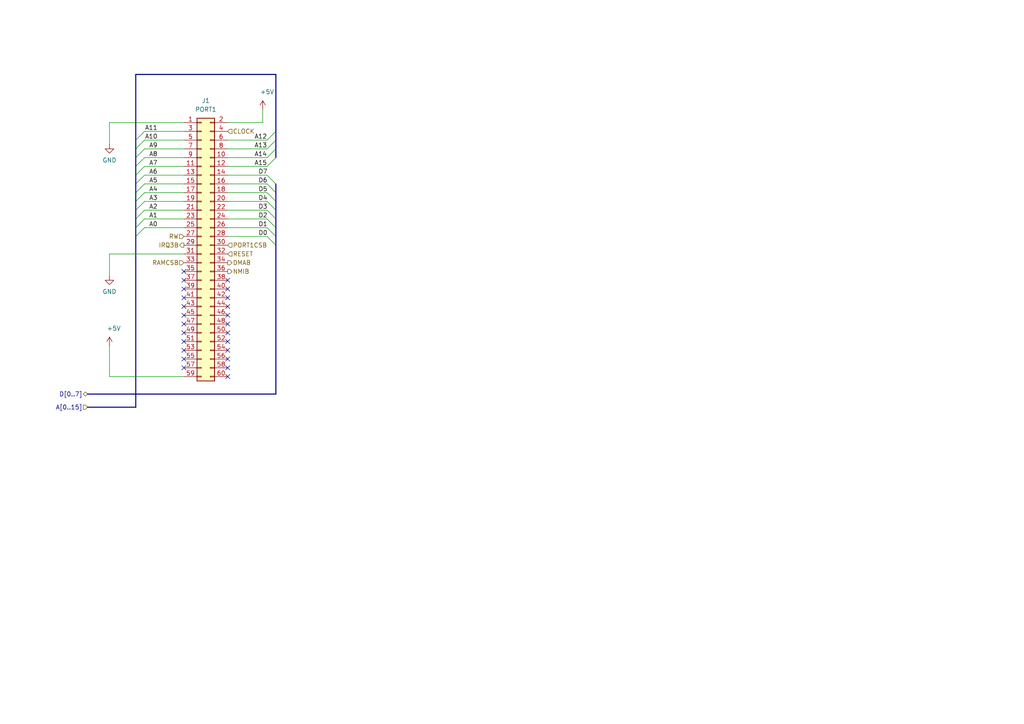
<source format=kicad_sch>
(kicad_sch (version 20230121) (generator eeschema)
  (paper "A4")
  (lib_symbols
    (symbol "Connector_Generic:Conn_02x30_Odd_Even" (pin_names (offset 1.016) hide)
      (property "Reference" "J" (at 1.27 38.1 0))
      (property "Value" "Conn_02x30_Odd_Even" (at 1.27 -40.64 0))
      (symbol "Conn_02x30_Odd_Even_1_1"
        (rectangle (start -1.27 -37.973) (end 0 -38.227) (stroke (width 0.1524)))
        (rectangle (start -1.27 -35.433) (end 0 -35.687) (stroke (width 0.1524)))
        (rectangle (start -1.27 -32.893) (end 0 -33.147) (stroke (width 0.1524)))
        (rectangle (start -1.27 -30.353) (end 0 -30.607) (stroke (width 0.1524)))
        (rectangle (start -1.27 -27.813) (end 0 -28.067) (stroke (width 0.1524)))
        (rectangle (start -1.27 -25.273) (end 0 -25.527) (stroke (width 0.1524)))
        (rectangle (start -1.27 -22.733) (end 0 -22.987) (stroke (width 0.1524)))
        (rectangle (start -1.27 -20.193) (end 0 -20.447) (stroke (width 0.1524)))
        (rectangle (start -1.27 -17.653) (end 0 -17.907) (stroke (width 0.1524)))
        (rectangle (start -1.27 -15.113) (end 0 -15.367) (stroke (width 0.1524)))
        (rectangle (start -1.27 -12.573) (end 0 -12.827) (stroke (width 0.1524)))
        (rectangle (start -1.27 -10.033) (end 0 -10.287) (stroke (width 0.1524)))
        (rectangle (start -1.27 -7.493) (end 0 -7.747) (stroke (width 0.1524)))
        (rectangle (start -1.27 -4.953) (end 0 -5.207) (stroke (width 0.1524)))
        (rectangle (start -1.27 -2.413) (end 0 -2.667) (stroke (width 0.1524)))
        (rectangle (start -1.27 0.127) (end 0 -0.127) (stroke (width 0.1524)))
        (rectangle (start -1.27 2.667) (end 0 2.413) (stroke (width 0.1524)))
        (rectangle (start -1.27 5.207) (end 0 4.953) (stroke (width 0.1524)))
        (rectangle (start -1.27 7.747) (end 0 7.493) (stroke (width 0.1524)))
        (rectangle (start -1.27 10.287) (end 0 10.033) (stroke (width 0.1524)))
        (rectangle (start -1.27 12.827) (end 0 12.573) (stroke (width 0.1524)))
        (rectangle (start -1.27 15.367) (end 0 15.113) (stroke (width 0.1524)))
        (rectangle (start -1.27 17.907) (end 0 17.653) (stroke (width 0.1524)))
        (rectangle (start -1.27 20.447) (end 0 20.193) (stroke (width 0.1524)))
        (rectangle (start -1.27 22.987) (end 0 22.733) (stroke (width 0.1524)))
        (rectangle (start -1.27 25.527) (end 0 25.273) (stroke (width 0.1524)))
        (rectangle (start -1.27 28.067) (end 0 27.813) (stroke (width 0.1524)))
        (rectangle (start -1.27 30.607) (end 0 30.353) (stroke (width 0.1524)))
        (rectangle (start -1.27 33.147) (end 0 32.893) (stroke (width 0.1524)))
        (rectangle (start -1.27 35.687) (end 0 35.433) (stroke (width 0.1524)))
        (rectangle (start -1.27 36.83) (end 3.81 -39.37) (stroke (width 0.254)) (fill (type background)))
        (rectangle (start 3.81 -37.973) (end 2.54 -38.227) (stroke (width 0.1524)))
        (rectangle (start 3.81 -35.433) (end 2.54 -35.687) (stroke (width 0.1524)))
        (rectangle (start 3.81 -32.893) (end 2.54 -33.147) (stroke (width 0.1524)))
        (rectangle (start 3.81 -30.353) (end 2.54 -30.607) (stroke (width 0.1524)))
        (rectangle (start 3.81 -27.813) (end 2.54 -28.067) (stroke (width 0.1524)))
        (rectangle (start 3.81 -25.273) (end 2.54 -25.527) (stroke (width 0.1524)))
        (rectangle (start 3.81 -22.733) (end 2.54 -22.987) (stroke (width 0.1524)))
        (rectangle (start 3.81 -20.193) (end 2.54 -20.447) (stroke (width 0.1524)))
        (rectangle (start 3.81 -17.653) (end 2.54 -17.907) (stroke (width 0.1524)))
        (rectangle (start 3.81 -15.113) (end 2.54 -15.367) (stroke (width 0.1524)))
        (rectangle (start 3.81 -12.573) (end 2.54 -12.827) (stroke (width 0.1524)))
        (rectangle (start 3.81 -10.033) (end 2.54 -10.287) (stroke (width 0.1524)))
        (rectangle (start 3.81 -7.493) (end 2.54 -7.747) (stroke (width 0.1524)))
        (rectangle (start 3.81 -4.953) (end 2.54 -5.207) (stroke (width 0.1524)))
        (rectangle (start 3.81 -2.413) (end 2.54 -2.667) (stroke (width 0.1524)))
        (rectangle (start 3.81 0.127) (end 2.54 -0.127) (stroke (width 0.1524)))
        (rectangle (start 3.81 2.667) (end 2.54 2.413) (stroke (width 0.1524)))
        (rectangle (start 3.81 5.207) (end 2.54 4.953) (stroke (width 0.1524)))
        (rectangle (start 3.81 7.747) (end 2.54 7.493) (stroke (width 0.1524)))
        (rectangle (start 3.81 10.287) (end 2.54 10.033) (stroke (width 0.1524)))
        (rectangle (start 3.81 12.827) (end 2.54 12.573) (stroke (width 0.1524)))
        (rectangle (start 3.81 15.367) (end 2.54 15.113) (stroke (width 0.1524)))
        (rectangle (start 3.81 17.907) (end 2.54 17.653) (stroke (width 0.1524)))
        (rectangle (start 3.81 20.447) (end 2.54 20.193) (stroke (width 0.1524)))
        (rectangle (start 3.81 22.987) (end 2.54 22.733) (stroke (width 0.1524)))
        (rectangle (start 3.81 25.527) (end 2.54 25.273) (stroke (width 0.1524)))
        (rectangle (start 3.81 28.067) (end 2.54 27.813) (stroke (width 0.1524)))
        (rectangle (start 3.81 30.607) (end 2.54 30.353) (stroke (width 0.1524)))
        (rectangle (start 3.81 33.147) (end 2.54 32.893) (stroke (width 0.1524)))
        (rectangle (start 3.81 35.687) (end 2.54 35.433) (stroke (width 0.1524)))
        (pin passive line (at -5.08 35.56 0) (length 3.81) (name "Pin_1") (number "1"))
        (pin passive line (at 7.62 25.4 180) (length 3.81) (name "Pin_10") (number "10"))
        (pin passive line (at -5.08 22.86 0) (length 3.81) (name "Pin_11") (number "11"))
        (pin passive line (at 7.62 22.86 180) (length 3.81) (name "Pin_12") (number "12"))
        (pin passive line (at -5.08 20.32 0) (length 3.81) (name "Pin_13") (number "13"))
        (pin passive line (at 7.62 20.32 180) (length 3.81) (name "Pin_14") (number "14"))
        (pin passive line (at -5.08 17.78 0) (length 3.81) (name "Pin_15") (number "15"))
        (pin passive line (at 7.62 17.78 180) (length 3.81) (name "Pin_16") (number "16"))
        (pin passive line (at -5.08 15.24 0) (length 3.81) (name "Pin_17") (number "17"))
        (pin passive line (at 7.62 15.24 180) (length 3.81) (name "Pin_18") (number "18"))
        (pin passive line (at -5.08 12.7 0) (length 3.81) (name "Pin_19") (number "19"))
        (pin passive line (at 7.62 35.56 180) (length 3.81) (name "Pin_2") (number "2"))
        (pin passive line (at 7.62 12.7 180) (length 3.81) (name "Pin_20") (number "20"))
        (pin passive line (at -5.08 10.16 0) (length 3.81) (name "Pin_21") (number "21"))
        (pin passive line (at 7.62 10.16 180) (length 3.81) (name "Pin_22") (number "22"))
        (pin passive line (at -5.08 7.62 0) (length 3.81) (name "Pin_23") (number "23"))
        (pin passive line (at 7.62 7.62 180) (length 3.81) (name "Pin_24") (number "24"))
        (pin passive line (at -5.08 5.08 0) (length 3.81) (name "Pin_25") (number "25"))
        (pin passive line (at 7.62 5.08 180) (length 3.81) (name "Pin_26") (number "26"))
        (pin passive line (at -5.08 2.54 0) (length 3.81) (name "Pin_27") (number "27"))
        (pin passive line (at 7.62 2.54 180) (length 3.81) (name "Pin_28") (number "28"))
        (pin passive line (at -5.08 0 0) (length 3.81) (name "Pin_29") (number "29"))
        (pin passive line (at -5.08 33.02 0) (length 3.81) (name "Pin_3") (number "3"))
        (pin passive line (at 7.62 0 180) (length 3.81) (name "Pin_30") (number "30"))
        (pin passive line (at -5.08 -2.54 0) (length 3.81) (name "Pin_31") (number "31"))
        (pin passive line (at 7.62 -2.54 180) (length 3.81) (name "Pin_32") (number "32"))
        (pin passive line (at -5.08 -5.08 0) (length 3.81) (name "Pin_33") (number "33"))
        (pin passive line (at 7.62 -5.08 180) (length 3.81) (name "Pin_34") (number "34"))
        (pin passive line (at -5.08 -7.62 0) (length 3.81) (name "Pin_35") (number "35"))
        (pin passive line (at 7.62 -7.62 180) (length 3.81) (name "Pin_36") (number "36"))
        (pin passive line (at -5.08 -10.16 0) (length 3.81) (name "Pin_37") (number "37"))
        (pin passive line (at 7.62 -10.16 180) (length 3.81) (name "Pin_38") (number "38"))
        (pin passive line (at -5.08 -12.7 0) (length 3.81) (name "Pin_39") (number "39"))
        (pin passive line (at 7.62 33.02 180) (length 3.81) (name "Pin_4") (number "4"))
        (pin passive line (at 7.62 -12.7 180) (length 3.81) (name "Pin_40") (number "40"))
        (pin passive line (at -5.08 -15.24 0) (length 3.81) (name "Pin_41") (number "41"))
        (pin passive line (at 7.62 -15.24 180) (length 3.81) (name "Pin_42") (number "42"))
        (pin passive line (at -5.08 -17.78 0) (length 3.81) (name "Pin_43") (number "43"))
        (pin passive line (at 7.62 -17.78 180) (length 3.81) (name "Pin_44") (number "44"))
        (pin passive line (at -5.08 -20.32 0) (length 3.81) (name "Pin_45") (number "45"))
        (pin passive line (at 7.62 -20.32 180) (length 3.81) (name "Pin_46") (number "46"))
        (pin passive line (at -5.08 -22.86 0) (length 3.81) (name "Pin_47") (number "47"))
        (pin passive line (at 7.62 -22.86 180) (length 3.81) (name "Pin_48") (number "48"))
        (pin passive line (at -5.08 -25.4 0) (length 3.81) (name "Pin_49") (number "49"))
        (pin passive line (at -5.08 30.48 0) (length 3.81) (name "Pin_5") (number "5"))
        (pin passive line (at 7.62 -25.4 180) (length 3.81) (name "Pin_50") (number "50"))
        (pin passive line (at -5.08 -27.94 0) (length 3.81) (name "Pin_51") (number "51"))
        (pin passive line (at 7.62 -27.94 180) (length 3.81) (name "Pin_52") (number "52"))
        (pin passive line (at -5.08 -30.48 0) (length 3.81) (name "Pin_53") (number "53"))
        (pin passive line (at 7.62 -30.48 180) (length 3.81) (name "Pin_54") (number "54"))
        (pin passive line (at -5.08 -33.02 0) (length 3.81) (name "Pin_55") (number "55"))
        (pin passive line (at 7.62 -33.02 180) (length 3.81) (name "Pin_56") (number "56"))
        (pin passive line (at -5.08 -35.56 0) (length 3.81) (name "Pin_57") (number "57"))
        (pin passive line (at 7.62 -35.56 180) (length 3.81) (name "Pin_58") (number "58"))
        (pin passive line (at -5.08 -38.1 0) (length 3.81) (name "Pin_59") (number "59"))
        (pin passive line (at 7.62 30.48 180) (length 3.81) (name "Pin_6") (number "6"))
        (pin passive line (at 7.62 -38.1 180) (length 3.81) (name "Pin_60") (number "60"))
        (pin passive line (at -5.08 27.94 0) (length 3.81) (name "Pin_7") (number "7"))
        (pin passive line (at 7.62 27.94 180) (length 3.81) (name "Pin_8") (number "8"))
        (pin passive line (at -5.08 25.4 0) (length 3.81) (name "Pin_9") (number "9"))
      )
    )
    (symbol "power:+5V" (power) (pin_names (offset 0))
      (property "Value" "+5V" (at 0 3.556 0))
      (symbol "+5V_0_1"
        (polyline (pts (xy -0.762 1.27) (xy 0 2.54)))
        (polyline (pts (xy 0 0) (xy 0 2.54)))
        (polyline (pts (xy 0 2.54) (xy 0.762 1.27)))
      )
      (symbol "+5V_1_1"
        (pin power_in line (at 0 0 90) (length 0) hide (name "+5V") (number "1"))
      )
    )
    (symbol "power:GND" (power) (pin_names (offset 0))
      (property "Value" "GND" (at 0 -3.81 0))
      (symbol "GND_0_1"
        (polyline (pts (xy 0 0) (xy 0 -1.27) (xy 1.27 -1.27) (xy 0 -2.54) (xy -1.27 -1.27) (xy 0 -1.27)))
      )
      (symbol "GND_1_1"
        (pin power_in line (at 0 0 270) (length 0) hide (name "GND") (number "1"))
      )
    )
  )
  (no_connect (at 66.04 101.6))
  (no_connect (at 66.04 106.68))
  (no_connect (at 66.04 96.52))
  (no_connect (at 53.34 93.98))
  (no_connect (at 53.34 106.68))
  (no_connect (at 53.34 86.36))
  (no_connect (at 53.34 88.9))
  (no_connect (at 53.34 81.28))
  (no_connect (at 66.04 91.44))
  (no_connect (at 66.04 93.98))
  (no_connect (at 66.04 99.06))
  (no_connect (at 66.04 109.22))
  (no_connect (at 53.34 101.6))
  (no_connect (at 53.34 104.14))
  (no_connect (at 53.34 96.52))
  (no_connect (at 66.04 83.82))
  (no_connect (at 66.04 88.9))
  (no_connect (at 53.34 83.82))
  (no_connect (at 53.34 78.74))
  (no_connect (at 66.04 81.28))
  (no_connect (at 66.04 104.14))
  (no_connect (at 66.04 86.36))
  (no_connect (at 53.34 99.06))
  (no_connect (at 53.34 91.44))
  (bus_entry (at 80.01 40.64) (size -2.54 2.54) (stroke (width 0.1524)))
  (bus_entry (at 39.37 58.42) (size 2.54 -2.54) (stroke (width 0.1524)))
  (bus_entry (at 39.37 60.96) (size 2.54 -2.54) (stroke (width 0.1524)))
  (bus_entry (at 39.37 55.88) (size 2.54 -2.54) (stroke (width 0.1524)))
  (bus_entry (at 80.01 45.72) (size -2.54 2.54) (stroke (width 0.1524)))
  (bus_entry (at 80.01 55.88) (size -2.54 -2.54) (stroke (width 0.1524)))
  (bus_entry (at 39.37 48.26) (size 2.54 -2.54) (stroke (width 0.1524)))
  (bus_entry (at 80.01 63.5) (size -2.54 -2.54) (stroke (width 0.1524)))
  (bus_entry (at 80.01 53.34) (size -2.54 -2.54) (stroke (width 0.1524)))
  (bus_entry (at 39.37 40.64) (size 2.54 -2.54) (stroke (width 0.1524)))
  (bus_entry (at 80.01 60.96) (size -2.54 -2.54) (stroke (width 0.1524)))
  (bus_entry (at 39.37 66.04) (size 2.54 -2.54) (stroke (width 0.1524)))
  (bus_entry (at 39.37 50.8) (size 2.54 -2.54) (stroke (width 0.1524)))
  (bus_entry (at 80.01 71.12) (size -2.54 -2.54) (stroke (width 0.1524)))
  (bus_entry (at 39.37 45.72) (size 2.54 -2.54) (stroke (width 0.1524)))
  (bus_entry (at 39.37 63.5) (size 2.54 -2.54) (stroke (width 0.1524)))
  (bus_entry (at 39.37 43.18) (size 2.54 -2.54) (stroke (width 0.1524)))
  (bus_entry (at 80.01 43.18) (size -2.54 2.54) (stroke (width 0.1524)))
  (bus_entry (at 80.01 68.58) (size -2.54 -2.54) (stroke (width 0.1524)))
  (bus_entry (at 80.01 38.1) (size -2.54 2.54) (stroke (width 0.1524)))
  (bus_entry (at 39.37 68.58) (size 2.54 -2.54) (stroke (width 0.1524)))
  (bus_entry (at 39.37 53.34) (size 2.54 -2.54) (stroke (width 0.1524)))
  (bus_entry (at 80.01 58.42) (size -2.54 -2.54) (stroke (width 0.1524)))
  (bus_entry (at 80.01 66.04) (size -2.54 -2.54) (stroke (width 0.1524)))
  (bus (pts (xy 39.37 66.04) (xy 39.37 68.58)))
  (bus (pts (xy 25.4 118.11) (xy 39.37 118.11)))
  (wire (pts (xy 31.75 35.56) (xy 31.75 41.91)))
  (wire (pts (xy 31.75 73.66) (xy 31.75 80.01)))
  (wire (pts (xy 66.04 53.34) (xy 77.47 53.34)))
  (wire (pts (xy 53.34 73.66) (xy 31.75 73.66)))
  (wire (pts (xy 66.04 55.88) (xy 77.47 55.88)))
  (bus (pts (xy 39.37 58.42) (xy 39.37 60.96)))
  (bus (pts (xy 39.37 55.88) (xy 39.37 58.42)))
  (wire (pts (xy 76.2 35.56) (xy 76.2 31.75)))
  (bus (pts (xy 39.37 48.26) (xy 39.37 50.8)))
  (wire (pts (xy 31.75 35.56) (xy 53.34 35.56)))
  (bus (pts (xy 80.01 38.1) (xy 80.01 40.64)))
  (wire (pts (xy 66.04 66.04) (xy 77.47 66.04)))
  (bus (pts (xy 39.37 21.59) (xy 39.37 40.64)))
  (wire (pts (xy 77.47 48.26) (xy 66.04 48.26)))
  (wire (pts (xy 41.91 48.26) (xy 53.34 48.26)))
  (bus (pts (xy 39.37 43.18) (xy 39.37 45.72)))
  (bus (pts (xy 80.01 71.12) (xy 80.01 114.3)))
  (bus (pts (xy 39.37 40.64) (xy 39.37 43.18)))
  (wire (pts (xy 41.91 60.96) (xy 53.34 60.96)))
  (bus (pts (xy 80.01 43.18) (xy 80.01 45.72)))
  (wire (pts (xy 41.91 50.8) (xy 53.34 50.8)))
  (wire (pts (xy 41.91 38.1) (xy 53.34 38.1)))
  (bus (pts (xy 80.01 21.59) (xy 39.37 21.59)))
  (wire (pts (xy 41.91 40.64) (xy 53.34 40.64)))
  (bus (pts (xy 80.01 38.1) (xy 80.01 21.59)))
  (wire (pts (xy 31.75 100.33) (xy 31.75 109.22)))
  (wire (pts (xy 66.04 68.58) (xy 77.47 68.58)))
  (wire (pts (xy 66.04 63.5) (xy 77.47 63.5)))
  (bus (pts (xy 80.01 63.5) (xy 80.01 60.96)))
  (wire (pts (xy 41.91 43.18) (xy 53.34 43.18)))
  (bus (pts (xy 80.01 63.5) (xy 80.01 66.04)))
  (wire (pts (xy 66.04 35.56) (xy 76.2 35.56)))
  (wire (pts (xy 41.91 63.5) (xy 53.34 63.5)))
  (bus (pts (xy 39.37 63.5) (xy 39.37 66.04)))
  (bus (pts (xy 39.37 68.58) (xy 39.37 118.11)))
  (wire (pts (xy 77.47 40.64) (xy 66.04 40.64)))
  (bus (pts (xy 39.37 60.96) (xy 39.37 63.5)))
  (wire (pts (xy 66.04 60.96) (xy 77.47 60.96)))
  (wire (pts (xy 41.91 66.04) (xy 53.34 66.04)))
  (bus (pts (xy 80.01 55.88) (xy 80.01 58.42)))
  (bus (pts (xy 80.01 68.58) (xy 80.01 71.12)))
  (wire (pts (xy 41.91 45.72) (xy 53.34 45.72)))
  (bus (pts (xy 25.4 114.3) (xy 80.01 114.3)))
  (wire (pts (xy 31.75 109.22) (xy 53.34 109.22)))
  (bus (pts (xy 80.01 58.42) (xy 80.01 60.96)))
  (bus (pts (xy 39.37 53.34) (xy 39.37 55.88)))
  (bus (pts (xy 39.37 50.8) (xy 39.37 53.34)))
  (wire (pts (xy 66.04 50.8) (xy 77.47 50.8)))
  (wire (pts (xy 41.91 53.34) (xy 53.34 53.34)))
  (bus (pts (xy 80.01 53.34) (xy 80.01 55.88)))
  (wire (pts (xy 77.47 45.72) (xy 66.04 45.72)))
  (bus (pts (xy 39.37 45.72) (xy 39.37 48.26)))
  (bus (pts (xy 80.01 66.04) (xy 80.01 68.58)))
  (wire (pts (xy 66.04 58.42) (xy 77.47 58.42)))
  (wire (pts (xy 41.91 55.88) (xy 53.34 55.88)))
  (bus (pts (xy 80.01 40.64) (xy 80.01 43.18)))
  (wire (pts (xy 41.91 58.42) (xy 53.34 58.42)))
  (wire (pts (xy 77.47 43.18) (xy 66.04 43.18)))
  (label "D6" (at 74.93 53.34 0))
  (label "D5" (at 74.93 55.88 0))
  (label "A11" (at 45.72 38.1 180))
  (label "D7" (at 74.93 50.8 0))
  (label "A9" (at 45.72 43.18 180))
  (label "A12" (at 77.47 40.64 180))
  (label "D2" (at 74.93 63.5 0))
  (label "A5" (at 45.72 53.34 180))
  (label "A6" (at 45.72 50.8 180))
  (label "A4" (at 45.72 55.88 180))
  (label "A3" (at 45.72 58.42 180))
  (label "A1" (at 45.72 63.5 180))
  (label "D1" (at 74.93 66.04 0))
  (label "A8" (at 45.72 45.72 180))
  (label "D4" (at 74.93 58.42 0))
  (label "A14" (at 77.47 45.72 180))
  (label "D0" (at 74.93 68.58 0))
  (label "A0" (at 45.72 66.04 180))
  (label "A7" (at 45.72 48.26 180))
  (label "D3" (at 74.93 60.96 0))
  (label "A13" (at 77.47 43.18 180))
  (label "A2" (at 45.72 60.96 180))
  (label "A10" (at 45.72 40.64 180))
  (label "A15" (at 77.47 48.26 180))
  (hierarchical_label "PORT1CSB" (shape input) (at 66.04 71.12 0))
  (hierarchical_label "RAMCSB" (shape input) (at 53.34 76.2 180))
  (hierarchical_label "D[0..7]" (shape bidirectional) (at 25.4 114.3 180))
  (hierarchical_label "RW" (shape input) (at 53.34 68.58 180))
  (hierarchical_label "CLOCK" (shape input) (at 66.04 38.1 0))
  (hierarchical_label "IRQ3B" (shape output) (at 53.34 71.12 180))
  (hierarchical_label "RESET" (shape input) (at 66.04 73.66 0))
  (hierarchical_label "A[0..15]" (shape input) (at 25.4 118.11 180))
  (hierarchical_label "NMIB" (shape output) (at 66.04 78.74 0))
  (hierarchical_label "DMAB" (shape output) (at 66.04 76.2 0))
  (symbol (lib_id "power:GND") (at 31.75 41.91 0) (mirror y) (unit 1)
    (property "Reference" "#PWR08" (effects hide))
    (property "Value" "GND" (at 31.75 46.482 0))
  )
  (symbol (lib_id "power:+5V") (at 76.2 31.75 0) (unit 1)
    (property "Reference" "#PWR011" (effects hide))
    (property "Value" "+5V" (at 77.47 26.67 0))
  )
  (symbol (lib_id "Connector_Generic:Conn_02x30_Odd_Even") (at 58.42 71.12 0) (unit 1)
    (property "Reference" "J1" (at 59.69 29.21 0))
    (property "Value" "PORT1" (at 59.69 31.75 0))
    (property "Footprint" "Connector_NES:NES_PCBEdge" (effects hide))
    (property "Sim.Enable" "0" (effects hide))
  )
  (symbol (lib_id "power:+5V") (at 31.75 100.33 0) (unit 1)
    (property "Reference" "#PWR010" (effects hide))
    (property "Value" "+5V" (at 33.02 95.25 0))
  )
  (symbol (lib_id "power:GND") (at 31.75 80.01 0) (mirror y) (unit 1)
    (property "Reference" "#PWR09" (effects hide))
    (property "Value" "GND" (at 31.75 84.582 0))
  )
)
</source>
